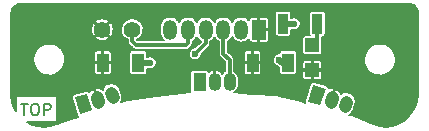
<source format=gbr>
G04 #@! TF.FileFunction,Copper,L1,Top,Signal*
%FSLAX46Y46*%
G04 Gerber Fmt 4.6, Leading zero omitted, Abs format (unit mm)*
G04 Created by KiCad (PCBNEW (after 2015-may-01 BZR unknown)-product) date 06.05.2015 15:14:49*
%MOMM*%
G01*
G04 APERTURE LIST*
%ADD10C,0.100000*%
%ADD11C,0.150000*%
%ADD12R,1.198880X1.699260*%
%ADD13O,1.198880X1.699260*%
%ADD14C,1.397000*%
%ADD15C,1.100000*%
%ADD16R,1.198880X1.198880*%
%ADD17R,0.900000X1.700000*%
%ADD18R,1.100000X1.500000*%
%ADD19O,1.100000X1.500000*%
%ADD20R,1.000000X1.600000*%
%ADD21C,0.600000*%
%ADD22C,0.500000*%
%ADD23C,0.300000*%
%ADD24C,0.200000*%
G04 APERTURE END LIST*
D10*
D11*
X136612476Y-123861581D02*
X137183905Y-123861581D01*
X136898190Y-124861581D02*
X136898190Y-123861581D01*
X137707714Y-123861581D02*
X137898191Y-123861581D01*
X137993429Y-123909200D01*
X138088667Y-124004438D01*
X138136286Y-124194914D01*
X138136286Y-124528248D01*
X138088667Y-124718724D01*
X137993429Y-124813962D01*
X137898191Y-124861581D01*
X137707714Y-124861581D01*
X137612476Y-124813962D01*
X137517238Y-124718724D01*
X137469619Y-124528248D01*
X137469619Y-124194914D01*
X137517238Y-124004438D01*
X137612476Y-123909200D01*
X137707714Y-123861581D01*
X138564857Y-124861581D02*
X138564857Y-123861581D01*
X138945810Y-123861581D01*
X139041048Y-123909200D01*
X139088667Y-123956819D01*
X139136286Y-124052057D01*
X139136286Y-124194914D01*
X139088667Y-124290152D01*
X139041048Y-124337771D01*
X138945810Y-124385390D01*
X138564857Y-124385390D01*
D12*
X156769400Y-117602000D03*
D13*
X153765600Y-117602000D03*
X155265600Y-117602000D03*
X152265600Y-117602000D03*
X150765600Y-117602000D03*
X149265600Y-117602000D03*
D14*
X146050000Y-117602000D03*
X143510000Y-117602000D03*
D10*
G36*
X142659739Y-124447936D02*
X141607804Y-124769545D01*
X141169247Y-123335088D01*
X142221182Y-123013479D01*
X142659739Y-124447936D01*
X142659739Y-124447936D01*
G37*
D15*
X143187474Y-123711461D02*
X143070526Y-123328939D01*
X144401981Y-123340149D02*
X144285033Y-122957627D01*
D16*
X161290000Y-118932960D03*
X161290000Y-121031000D03*
D17*
X158824000Y-117094000D03*
X161724000Y-117094000D03*
D10*
G36*
X161982382Y-124026921D02*
X160930447Y-123705312D01*
X161369004Y-122270855D01*
X162420939Y-122592464D01*
X161982382Y-124026921D01*
X161982382Y-124026921D01*
G37*
D15*
X162831726Y-123711461D02*
X162948674Y-123328939D01*
X164046233Y-124082773D02*
X164163181Y-123700251D01*
D18*
X151739600Y-122021600D03*
D19*
X153009600Y-122021600D03*
X154279600Y-122021600D03*
D20*
X146558000Y-120396000D03*
X143558000Y-120396000D03*
X159234000Y-120396000D03*
X156234000Y-120396000D03*
D21*
X158496000Y-120167400D03*
X159766000Y-117119400D03*
X147574000Y-120421400D03*
X151384000Y-119659400D03*
D22*
X158724600Y-120396000D02*
X158496000Y-120167400D01*
X159234000Y-120396000D02*
X158724600Y-120396000D01*
X159740600Y-117094000D02*
X159766000Y-117119400D01*
X158824000Y-117094000D02*
X159740600Y-117094000D01*
X147574000Y-120412000D02*
X147574000Y-120421400D01*
X146558000Y-120396000D02*
X147558000Y-120396000D01*
X147558000Y-120396000D02*
X147574000Y-120412000D01*
D23*
X152265600Y-117602000D02*
X152265600Y-118777800D01*
X152265600Y-118777800D02*
X151384000Y-119659400D01*
X153765600Y-119628000D02*
X154279600Y-120142000D01*
X154279600Y-120142000D02*
X154279600Y-122021600D01*
X153765600Y-117602000D02*
X153765600Y-119628000D01*
X161724000Y-117094000D02*
X161724000Y-118498960D01*
X161724000Y-118498960D02*
X161290000Y-118932960D01*
X146050000Y-117602000D02*
X146050000Y-118589828D01*
X146050000Y-118589828D02*
X146357572Y-118897400D01*
X150765600Y-118751630D02*
X150765600Y-117602000D01*
X146357572Y-118897400D02*
X150619830Y-118897400D01*
X150619830Y-118897400D02*
X150765600Y-118751630D01*
D24*
G36*
X170214200Y-123109953D02*
X170161367Y-123648776D01*
X170009144Y-124152965D01*
X169761890Y-124617984D01*
X169429020Y-125026122D01*
X169023218Y-125361831D01*
X168559935Y-125612327D01*
X168355058Y-125675747D01*
X168355058Y-120009626D01*
X168303635Y-119749919D01*
X168202747Y-119505147D01*
X168056237Y-119284632D01*
X167869686Y-119096774D01*
X167650199Y-118948729D01*
X167406137Y-118846134D01*
X167146796Y-118792899D01*
X166882054Y-118791051D01*
X166621995Y-118840660D01*
X166376524Y-118939836D01*
X166154992Y-119084803D01*
X165965836Y-119270038D01*
X165816262Y-119488486D01*
X165711966Y-119731826D01*
X165656922Y-119990789D01*
X165653226Y-120255512D01*
X165701018Y-120515911D01*
X165798478Y-120762068D01*
X165941895Y-120984607D01*
X166125805Y-121175051D01*
X166343203Y-121326147D01*
X166585809Y-121432139D01*
X166844381Y-121488989D01*
X167109072Y-121494534D01*
X167369798Y-121448561D01*
X167616630Y-121352821D01*
X167840164Y-121210962D01*
X168031888Y-121028386D01*
X168184498Y-120812048D01*
X168292181Y-120570188D01*
X168350835Y-120312019D01*
X168355058Y-120009626D01*
X168355058Y-125675747D01*
X168056824Y-125768067D01*
X167533036Y-125823119D01*
X167008541Y-125775387D01*
X166491811Y-125623305D01*
X166406328Y-125586924D01*
X166406284Y-125586910D01*
X166403169Y-125585601D01*
X164612449Y-124847519D01*
X164596131Y-124842592D01*
X164580279Y-124836350D01*
X164576242Y-124835231D01*
X164419997Y-124793095D01*
X164543923Y-124712617D01*
X164655855Y-124603767D01*
X164744514Y-124475247D01*
X164806522Y-124331956D01*
X164809862Y-124321297D01*
X164929640Y-123929519D01*
X164960500Y-123776467D01*
X164961046Y-123620336D01*
X164931254Y-123467071D01*
X164872261Y-123322513D01*
X164786312Y-123192166D01*
X164676683Y-123080995D01*
X164547548Y-122993236D01*
X164403828Y-122932230D01*
X164250995Y-122900302D01*
X164094871Y-122898667D01*
X163941402Y-122927389D01*
X163796435Y-122985371D01*
X163699317Y-123048439D01*
X163631560Y-122909214D01*
X163536555Y-122784055D01*
X163418957Y-122679835D01*
X163343625Y-122633228D01*
X163211618Y-122639906D01*
X162952634Y-123487003D01*
X162971760Y-123492850D01*
X162942522Y-123588481D01*
X162923397Y-123582634D01*
X162917549Y-123601760D01*
X162821918Y-123572522D01*
X162827766Y-123553397D01*
X162808639Y-123547549D01*
X162837877Y-123451918D01*
X162857003Y-123457766D01*
X163115987Y-122610669D01*
X163010282Y-122531315D01*
X162921767Y-122527828D01*
X162765995Y-122548471D01*
X162669594Y-122581286D01*
X162669431Y-122555616D01*
X162649392Y-122487986D01*
X162611340Y-122428593D01*
X162558277Y-122382120D01*
X162494386Y-122352231D01*
X162425210Y-122331081D01*
X162425210Y-117944000D01*
X162425210Y-116244000D01*
X162421912Y-116203432D01*
X162400861Y-116136110D01*
X162361924Y-116077294D01*
X162308170Y-116031621D01*
X162243838Y-116002693D01*
X162174000Y-115992790D01*
X161274000Y-115992790D01*
X161233432Y-115996088D01*
X161166110Y-116017139D01*
X161107294Y-116056076D01*
X161061621Y-116109830D01*
X161032693Y-116174162D01*
X161022790Y-116244000D01*
X161022790Y-117944000D01*
X161026088Y-117984568D01*
X161047139Y-118051890D01*
X161067277Y-118082310D01*
X160690560Y-118082310D01*
X160649992Y-118085608D01*
X160582670Y-118106659D01*
X160523854Y-118145596D01*
X160478181Y-118199350D01*
X160449253Y-118263682D01*
X160439350Y-118333520D01*
X160439350Y-119532400D01*
X160442648Y-119572968D01*
X160463699Y-119640290D01*
X160502636Y-119699106D01*
X160556390Y-119744779D01*
X160620722Y-119773707D01*
X160690560Y-119783610D01*
X161889440Y-119783610D01*
X161930008Y-119780312D01*
X161997330Y-119759261D01*
X162056146Y-119720324D01*
X162101819Y-119666570D01*
X162130747Y-119602238D01*
X162140650Y-119532400D01*
X162140650Y-118333520D01*
X162137352Y-118292952D01*
X162124000Y-118250251D01*
X162124000Y-118195210D01*
X162174000Y-118195210D01*
X162214568Y-118191912D01*
X162281890Y-118170861D01*
X162340706Y-118131924D01*
X162386379Y-118078170D01*
X162415307Y-118013838D01*
X162425210Y-117944000D01*
X162425210Y-122331081D01*
X162139440Y-122243713D01*
X162139440Y-121655063D01*
X162139440Y-121143500D01*
X162139440Y-120918500D01*
X162139440Y-120406937D01*
X162129833Y-120358638D01*
X162110987Y-120313140D01*
X162083628Y-120272194D01*
X162048806Y-120237372D01*
X162007859Y-120210013D01*
X161962362Y-120191167D01*
X161914063Y-120181560D01*
X161864817Y-120181560D01*
X161402500Y-120181560D01*
X161340000Y-120244060D01*
X161340000Y-120981000D01*
X162076940Y-120981000D01*
X162139440Y-120918500D01*
X162139440Y-121143500D01*
X162076940Y-121081000D01*
X161340000Y-121081000D01*
X161340000Y-121817940D01*
X161402500Y-121880440D01*
X161864817Y-121880440D01*
X161914063Y-121880440D01*
X161962362Y-121870833D01*
X162007859Y-121851987D01*
X162048806Y-121824628D01*
X162083628Y-121789806D01*
X162110987Y-121748860D01*
X162129833Y-121703362D01*
X162139440Y-121655063D01*
X162139440Y-122243713D01*
X161442451Y-122030622D01*
X161402691Y-122021914D01*
X161332156Y-122022363D01*
X161264526Y-122042403D01*
X161240000Y-122058115D01*
X161240000Y-121817940D01*
X161240000Y-121081000D01*
X161240000Y-120981000D01*
X161240000Y-120244060D01*
X161177500Y-120181560D01*
X160715183Y-120181560D01*
X160665937Y-120181560D01*
X160617638Y-120191167D01*
X160572141Y-120210013D01*
X160531194Y-120237372D01*
X160496372Y-120272194D01*
X160469013Y-120313140D01*
X160450167Y-120358638D01*
X160440560Y-120406937D01*
X160440560Y-120918500D01*
X160503060Y-120981000D01*
X161240000Y-120981000D01*
X161240000Y-121081000D01*
X160503060Y-121081000D01*
X160440560Y-121143500D01*
X160440560Y-121655063D01*
X160450167Y-121703362D01*
X160469013Y-121748860D01*
X160496372Y-121789806D01*
X160531194Y-121824628D01*
X160572141Y-121851987D01*
X160617638Y-121870833D01*
X160665937Y-121880440D01*
X160715183Y-121880440D01*
X161177500Y-121880440D01*
X161240000Y-121817940D01*
X161240000Y-122058115D01*
X161205133Y-122080454D01*
X161158660Y-122133517D01*
X161128771Y-122197408D01*
X160690214Y-123631865D01*
X160681506Y-123671625D01*
X160681955Y-123742160D01*
X160695758Y-123788744D01*
X160316023Y-123686337D01*
X160316023Y-117065470D01*
X160295073Y-116959663D01*
X160253971Y-116859941D01*
X160194282Y-116770102D01*
X160118279Y-116693567D01*
X160028859Y-116633253D01*
X159929426Y-116591455D01*
X159823769Y-116569767D01*
X159715911Y-116569014D01*
X159609961Y-116589225D01*
X159598142Y-116594000D01*
X159525210Y-116594000D01*
X159525210Y-116244000D01*
X159521912Y-116203432D01*
X159500861Y-116136110D01*
X159461924Y-116077294D01*
X159408170Y-116031621D01*
X159343838Y-116002693D01*
X159274000Y-115992790D01*
X158374000Y-115992790D01*
X158333432Y-115996088D01*
X158266110Y-116017139D01*
X158207294Y-116056076D01*
X158161621Y-116109830D01*
X158132693Y-116174162D01*
X158122790Y-116244000D01*
X158122790Y-117944000D01*
X158126088Y-117984568D01*
X158147139Y-118051890D01*
X158186076Y-118110706D01*
X158239830Y-118156379D01*
X158304162Y-118185307D01*
X158374000Y-118195210D01*
X159274000Y-118195210D01*
X159314568Y-118191912D01*
X159381890Y-118170861D01*
X159440706Y-118131924D01*
X159486379Y-118078170D01*
X159515307Y-118013838D01*
X159525210Y-117944000D01*
X159525210Y-117614426D01*
X159595218Y-117645012D01*
X159700563Y-117668173D01*
X159808400Y-117670432D01*
X159914621Y-117651702D01*
X160015182Y-117612697D01*
X160106252Y-117554903D01*
X160184362Y-117480520D01*
X160246536Y-117392382D01*
X160290407Y-117293847D01*
X160314303Y-117188667D01*
X160316023Y-117065470D01*
X160316023Y-123686337D01*
X159985210Y-123597124D01*
X159985210Y-121196000D01*
X159985210Y-119596000D01*
X159981912Y-119555432D01*
X159960861Y-119488110D01*
X159921924Y-119429294D01*
X159868170Y-119383621D01*
X159803838Y-119354693D01*
X159734000Y-119344790D01*
X158734000Y-119344790D01*
X158693432Y-119348088D01*
X158626110Y-119369139D01*
X158567294Y-119408076D01*
X158521621Y-119461830D01*
X158492693Y-119526162D01*
X158482790Y-119596000D01*
X158482790Y-119617271D01*
X158445911Y-119617014D01*
X158339961Y-119637225D01*
X158239954Y-119677630D01*
X158149701Y-119736690D01*
X158072637Y-119812156D01*
X158011699Y-119901154D01*
X157969209Y-120000292D01*
X157946783Y-120105795D01*
X157945277Y-120213645D01*
X157964748Y-120319734D01*
X158004454Y-120420020D01*
X158062883Y-120510684D01*
X158137809Y-120588273D01*
X158226379Y-120649830D01*
X158306193Y-120684700D01*
X158371046Y-120749553D01*
X158406716Y-120778852D01*
X158442116Y-120808557D01*
X158444422Y-120809825D01*
X158446452Y-120811492D01*
X158482790Y-120830976D01*
X158482790Y-121196000D01*
X158486088Y-121236568D01*
X158507139Y-121303890D01*
X158546076Y-121362706D01*
X158599830Y-121408379D01*
X158664162Y-121437307D01*
X158734000Y-121447210D01*
X159734000Y-121447210D01*
X159774568Y-121443912D01*
X159841890Y-121422861D01*
X159900706Y-121383924D01*
X159946379Y-121330170D01*
X159975307Y-121265838D01*
X159985210Y-121196000D01*
X159985210Y-123597124D01*
X158452138Y-123183687D01*
X158425345Y-123179206D01*
X158398568Y-123174344D01*
X158394391Y-123174031D01*
X157618840Y-123121261D01*
X157618840Y-118476253D01*
X157618840Y-118427007D01*
X157618840Y-117714500D01*
X157618840Y-117489500D01*
X157618840Y-116776993D01*
X157618840Y-116727747D01*
X157609233Y-116679448D01*
X157590387Y-116633951D01*
X157563028Y-116593004D01*
X157528206Y-116558182D01*
X157487260Y-116530823D01*
X157441762Y-116511977D01*
X157393463Y-116502370D01*
X156881900Y-116502370D01*
X156819400Y-116564870D01*
X156819400Y-117552000D01*
X157556340Y-117552000D01*
X157618840Y-117489500D01*
X157618840Y-117714500D01*
X157556340Y-117652000D01*
X156819400Y-117652000D01*
X156819400Y-118639130D01*
X156881900Y-118701630D01*
X157393463Y-118701630D01*
X157441762Y-118692023D01*
X157487260Y-118673177D01*
X157528206Y-118645818D01*
X157563028Y-118610996D01*
X157590387Y-118570049D01*
X157609233Y-118524552D01*
X157618840Y-118476253D01*
X157618840Y-123121261D01*
X156984000Y-123078066D01*
X156984000Y-121220623D01*
X156984000Y-121171377D01*
X156984000Y-120508500D01*
X156984000Y-120283500D01*
X156984000Y-119620623D01*
X156984000Y-119571377D01*
X156974393Y-119523078D01*
X156955547Y-119477581D01*
X156928188Y-119436634D01*
X156893366Y-119401812D01*
X156852420Y-119374453D01*
X156806922Y-119355607D01*
X156758623Y-119346000D01*
X156346500Y-119346000D01*
X156284000Y-119408500D01*
X156284000Y-120346000D01*
X156921500Y-120346000D01*
X156984000Y-120283500D01*
X156984000Y-120508500D01*
X156921500Y-120446000D01*
X156284000Y-120446000D01*
X156284000Y-121383500D01*
X156346500Y-121446000D01*
X156758623Y-121446000D01*
X156806922Y-121436393D01*
X156852420Y-121417547D01*
X156893366Y-121390188D01*
X156928188Y-121355366D01*
X156955547Y-121314419D01*
X156974393Y-121268922D01*
X156984000Y-121220623D01*
X156984000Y-123078066D01*
X156184000Y-123023633D01*
X156184000Y-121383500D01*
X156184000Y-120446000D01*
X156184000Y-120346000D01*
X156184000Y-119408500D01*
X156121500Y-119346000D01*
X155709377Y-119346000D01*
X155661078Y-119355607D01*
X155615580Y-119374453D01*
X155574634Y-119401812D01*
X155539812Y-119436634D01*
X155512453Y-119477581D01*
X155493607Y-119523078D01*
X155484000Y-119571377D01*
X155484000Y-119620623D01*
X155484000Y-120283500D01*
X155546500Y-120346000D01*
X156184000Y-120346000D01*
X156184000Y-120446000D01*
X155546500Y-120446000D01*
X155484000Y-120508500D01*
X155484000Y-121171377D01*
X155484000Y-121220623D01*
X155493607Y-121268922D01*
X155512453Y-121314419D01*
X155539812Y-121355366D01*
X155574634Y-121390188D01*
X155615580Y-121417547D01*
X155661078Y-121436393D01*
X155709377Y-121446000D01*
X156121500Y-121446000D01*
X156184000Y-121383500D01*
X156184000Y-123023633D01*
X154670238Y-122920636D01*
X154717651Y-122895850D01*
X154839331Y-122798017D01*
X154939691Y-122678413D01*
X155014908Y-122541593D01*
X155062118Y-122392768D01*
X155079522Y-122237609D01*
X155079600Y-122226439D01*
X155079600Y-121816761D01*
X155064364Y-121661374D01*
X155019237Y-121511905D01*
X154945937Y-121374048D01*
X154847257Y-121253054D01*
X154726954Y-121153531D01*
X154679600Y-121127926D01*
X154679600Y-120142000D01*
X154675993Y-120105215D01*
X154672774Y-120068420D01*
X154672187Y-120066400D01*
X154671982Y-120064306D01*
X154661313Y-120028969D01*
X154650995Y-119993453D01*
X154650024Y-119991580D01*
X154649418Y-119989572D01*
X154632108Y-119957017D01*
X154615069Y-119924145D01*
X154613754Y-119922498D01*
X154612768Y-119920643D01*
X154589420Y-119892016D01*
X154566364Y-119863134D01*
X154563475Y-119860204D01*
X154563428Y-119860146D01*
X154563374Y-119860101D01*
X154562443Y-119859157D01*
X154165600Y-119462314D01*
X154165600Y-118602337D01*
X154230722Y-118568292D01*
X154359922Y-118464413D01*
X154466484Y-118337417D01*
X154515705Y-118247882D01*
X154558083Y-118327584D01*
X154662862Y-118456055D01*
X154790599Y-118561729D01*
X154936429Y-118640578D01*
X155094796Y-118689601D01*
X155259670Y-118706930D01*
X155424769Y-118691905D01*
X155583806Y-118645098D01*
X155730722Y-118568292D01*
X155859922Y-118464413D01*
X155919960Y-118392862D01*
X155919960Y-118427007D01*
X155919960Y-118476253D01*
X155929567Y-118524552D01*
X155948413Y-118570049D01*
X155975772Y-118610996D01*
X156010594Y-118645818D01*
X156051540Y-118673177D01*
X156097038Y-118692023D01*
X156145337Y-118701630D01*
X156656900Y-118701630D01*
X156719400Y-118639130D01*
X156719400Y-117652000D01*
X156699400Y-117652000D01*
X156699400Y-117552000D01*
X156719400Y-117552000D01*
X156719400Y-116564870D01*
X156656900Y-116502370D01*
X156145337Y-116502370D01*
X156097038Y-116511977D01*
X156051540Y-116530823D01*
X156010594Y-116558182D01*
X155975772Y-116593004D01*
X155948413Y-116633951D01*
X155929567Y-116679448D01*
X155919960Y-116727747D01*
X155919960Y-116776993D01*
X155919960Y-116811239D01*
X155868338Y-116747945D01*
X155740601Y-116642271D01*
X155594771Y-116563422D01*
X155436404Y-116514399D01*
X155271530Y-116497070D01*
X155106431Y-116512095D01*
X154947394Y-116558902D01*
X154800478Y-116635708D01*
X154671278Y-116739587D01*
X154564716Y-116866583D01*
X154515494Y-116956117D01*
X154473117Y-116876416D01*
X154368338Y-116747945D01*
X154240601Y-116642271D01*
X154094771Y-116563422D01*
X153936404Y-116514399D01*
X153771530Y-116497070D01*
X153606431Y-116512095D01*
X153447394Y-116558902D01*
X153300478Y-116635708D01*
X153171278Y-116739587D01*
X153064716Y-116866583D01*
X153015494Y-116956117D01*
X152973117Y-116876416D01*
X152868338Y-116747945D01*
X152740601Y-116642271D01*
X152594771Y-116563422D01*
X152436404Y-116514399D01*
X152271530Y-116497070D01*
X152106431Y-116512095D01*
X151947394Y-116558902D01*
X151800478Y-116635708D01*
X151671278Y-116739587D01*
X151564716Y-116866583D01*
X151515494Y-116956117D01*
X151473117Y-116876416D01*
X151368338Y-116747945D01*
X151240601Y-116642271D01*
X151094771Y-116563422D01*
X150936404Y-116514399D01*
X150771530Y-116497070D01*
X150606431Y-116512095D01*
X150447394Y-116558902D01*
X150300478Y-116635708D01*
X150171278Y-116739587D01*
X150064716Y-116866583D01*
X150015494Y-116956117D01*
X149973117Y-116876416D01*
X149868338Y-116747945D01*
X149740601Y-116642271D01*
X149594771Y-116563422D01*
X149436404Y-116514399D01*
X149271530Y-116497070D01*
X149106431Y-116512095D01*
X148947394Y-116558902D01*
X148800478Y-116635708D01*
X148671278Y-116739587D01*
X148564716Y-116866583D01*
X148484850Y-117011859D01*
X148434722Y-117169880D01*
X148416243Y-117334629D01*
X148416160Y-117346489D01*
X148416160Y-117857511D01*
X148432337Y-118022501D01*
X148480254Y-118181207D01*
X148558083Y-118327584D01*
X148662862Y-118456055D01*
X148712839Y-118497400D01*
X146523257Y-118497400D01*
X146478894Y-118453036D01*
X146479726Y-118452714D01*
X146636780Y-118353044D01*
X146771484Y-118224768D01*
X146878706Y-118072771D01*
X146954363Y-117902842D01*
X146995574Y-117721454D01*
X146998540Y-117508995D01*
X146962411Y-117326527D01*
X146891528Y-117154552D01*
X146788591Y-116999620D01*
X146657522Y-116867632D01*
X146503312Y-116763617D01*
X146331836Y-116691535D01*
X146149625Y-116654132D01*
X145963619Y-116652834D01*
X145780903Y-116687688D01*
X145608438Y-116757369D01*
X145452791Y-116859222D01*
X145319891Y-116989366D01*
X145214802Y-117142846D01*
X145141524Y-117313815D01*
X145102851Y-117495760D01*
X145100254Y-117681752D01*
X145133832Y-117864707D01*
X145202307Y-118037655D01*
X145303070Y-118194009D01*
X145432284Y-118327814D01*
X145585026Y-118433972D01*
X145650000Y-118462358D01*
X145650000Y-118589828D01*
X145653606Y-118626612D01*
X145656826Y-118663408D01*
X145657412Y-118665427D01*
X145657618Y-118667522D01*
X145668300Y-118702904D01*
X145678606Y-118738375D01*
X145679574Y-118740242D01*
X145680182Y-118742256D01*
X145697531Y-118774885D01*
X145714532Y-118807683D01*
X145715843Y-118809325D01*
X145716832Y-118811185D01*
X145740201Y-118839839D01*
X145763236Y-118868694D01*
X145766124Y-118871623D01*
X145766172Y-118871682D01*
X145766225Y-118871726D01*
X145767157Y-118872671D01*
X146074729Y-119180242D01*
X146103284Y-119203697D01*
X146131585Y-119227445D01*
X146133427Y-119228457D01*
X146135054Y-119229794D01*
X146167589Y-119247239D01*
X146199995Y-119265054D01*
X146202005Y-119265691D01*
X146203854Y-119266683D01*
X146239117Y-119277464D01*
X146274407Y-119288659D01*
X146276499Y-119288893D01*
X146278509Y-119289508D01*
X146315219Y-119293236D01*
X146351987Y-119297361D01*
X146356104Y-119297389D01*
X146356176Y-119297397D01*
X146356242Y-119297390D01*
X146357572Y-119297400D01*
X150619830Y-119297400D01*
X150656614Y-119293793D01*
X150693410Y-119290574D01*
X150695429Y-119289987D01*
X150697524Y-119289782D01*
X150732906Y-119279099D01*
X150768377Y-119268794D01*
X150770244Y-119267825D01*
X150772258Y-119267218D01*
X150804887Y-119249868D01*
X150837685Y-119232868D01*
X150839327Y-119231556D01*
X150841187Y-119230568D01*
X150869841Y-119207198D01*
X150898696Y-119184164D01*
X150901625Y-119181275D01*
X150901684Y-119181228D01*
X150901728Y-119181174D01*
X150902673Y-119180243D01*
X151048443Y-119034473D01*
X151071922Y-119005887D01*
X151095645Y-118977617D01*
X151096657Y-118975774D01*
X151097994Y-118974148D01*
X151115458Y-118941577D01*
X151133254Y-118909207D01*
X151133890Y-118907201D01*
X151134884Y-118905348D01*
X151145675Y-118870051D01*
X151156859Y-118834795D01*
X151157093Y-118832700D01*
X151157708Y-118830692D01*
X151161441Y-118793943D01*
X151165561Y-118757215D01*
X151165589Y-118753107D01*
X151165598Y-118753026D01*
X151165590Y-118752949D01*
X151165600Y-118751630D01*
X151165600Y-118602337D01*
X151230722Y-118568292D01*
X151359922Y-118464413D01*
X151466484Y-118337417D01*
X151515705Y-118247882D01*
X151558083Y-118327584D01*
X151662862Y-118456055D01*
X151790599Y-118561729D01*
X151865600Y-118602281D01*
X151865600Y-118612114D01*
X151368459Y-119109255D01*
X151333911Y-119109014D01*
X151227961Y-119129225D01*
X151127954Y-119169630D01*
X151037701Y-119228690D01*
X150960637Y-119304156D01*
X150899699Y-119393154D01*
X150857209Y-119492292D01*
X150834783Y-119597795D01*
X150833277Y-119705645D01*
X150852748Y-119811734D01*
X150892454Y-119912020D01*
X150950883Y-120002684D01*
X151025809Y-120080273D01*
X151114379Y-120141830D01*
X151213218Y-120185012D01*
X151318563Y-120208173D01*
X151426400Y-120210432D01*
X151532621Y-120191702D01*
X151633182Y-120152697D01*
X151724252Y-120094903D01*
X151802362Y-120020520D01*
X151864536Y-119932382D01*
X151908407Y-119833847D01*
X151932303Y-119728667D01*
X151933037Y-119676048D01*
X152548443Y-119060642D01*
X152571902Y-119032082D01*
X152595645Y-119003787D01*
X152596657Y-119001944D01*
X152597994Y-119000318D01*
X152615458Y-118967747D01*
X152633254Y-118935377D01*
X152633890Y-118933371D01*
X152634884Y-118931518D01*
X152645688Y-118896179D01*
X152656859Y-118860965D01*
X152657093Y-118858875D01*
X152657709Y-118856862D01*
X152661446Y-118820063D01*
X152665561Y-118783385D01*
X152665589Y-118779277D01*
X152665598Y-118779196D01*
X152665590Y-118779119D01*
X152665600Y-118777800D01*
X152665600Y-118602337D01*
X152730722Y-118568292D01*
X152859922Y-118464413D01*
X152966484Y-118337417D01*
X153015705Y-118247882D01*
X153058083Y-118327584D01*
X153162862Y-118456055D01*
X153290599Y-118561729D01*
X153365600Y-118602281D01*
X153365600Y-119628000D01*
X153369206Y-119664784D01*
X153372426Y-119701580D01*
X153373012Y-119703599D01*
X153373218Y-119705694D01*
X153383900Y-119741076D01*
X153394206Y-119776547D01*
X153395174Y-119778414D01*
X153395782Y-119780428D01*
X153413131Y-119813057D01*
X153430132Y-119845855D01*
X153431443Y-119847497D01*
X153432432Y-119849357D01*
X153455801Y-119878011D01*
X153478836Y-119906866D01*
X153481724Y-119909795D01*
X153481772Y-119909854D01*
X153481825Y-119909898D01*
X153482757Y-119910843D01*
X153879600Y-120307686D01*
X153879600Y-121127457D01*
X153841549Y-121147350D01*
X153719869Y-121245183D01*
X153645434Y-121333890D01*
X153539931Y-121220559D01*
X153412484Y-121128645D01*
X153269554Y-121063361D01*
X153183887Y-121040816D01*
X153059600Y-121085797D01*
X153059600Y-121971600D01*
X153079600Y-121971600D01*
X153079600Y-122071600D01*
X153059600Y-122071600D01*
X153059600Y-122091600D01*
X152959600Y-122091600D01*
X152959600Y-122071600D01*
X152939600Y-122071600D01*
X152939600Y-121971600D01*
X152959600Y-121971600D01*
X152959600Y-121085797D01*
X152835313Y-121040816D01*
X152749646Y-121063361D01*
X152606716Y-121128645D01*
X152524122Y-121188211D01*
X152516461Y-121163710D01*
X152477524Y-121104894D01*
X152423770Y-121059221D01*
X152359438Y-121030293D01*
X152289600Y-121020390D01*
X151189600Y-121020390D01*
X151149032Y-121023688D01*
X151081710Y-121044739D01*
X151022894Y-121083676D01*
X150977221Y-121137430D01*
X150948293Y-121201762D01*
X150938390Y-121271600D01*
X150938390Y-122771600D01*
X150941688Y-122812168D01*
X150962647Y-122879198D01*
X148124023Y-123243214D01*
X148124023Y-120367470D01*
X148103073Y-120261663D01*
X148061971Y-120161941D01*
X148002282Y-120072102D01*
X147926279Y-119995567D01*
X147836859Y-119935253D01*
X147737426Y-119893455D01*
X147631769Y-119871767D01*
X147523911Y-119871014D01*
X147417961Y-119891225D01*
X147406142Y-119896000D01*
X147309210Y-119896000D01*
X147309210Y-119596000D01*
X147305912Y-119555432D01*
X147284861Y-119488110D01*
X147245924Y-119429294D01*
X147192170Y-119383621D01*
X147127838Y-119354693D01*
X147058000Y-119344790D01*
X146058000Y-119344790D01*
X146017432Y-119348088D01*
X145950110Y-119369139D01*
X145891294Y-119408076D01*
X145845621Y-119461830D01*
X145816693Y-119526162D01*
X145806790Y-119596000D01*
X145806790Y-121196000D01*
X145810088Y-121236568D01*
X145831139Y-121303890D01*
X145870076Y-121362706D01*
X145923830Y-121408379D01*
X145988162Y-121437307D01*
X146058000Y-121447210D01*
X147058000Y-121447210D01*
X147098568Y-121443912D01*
X147165890Y-121422861D01*
X147224706Y-121383924D01*
X147270379Y-121330170D01*
X147299307Y-121265838D01*
X147309210Y-121196000D01*
X147309210Y-120905940D01*
X147403218Y-120947012D01*
X147508563Y-120970173D01*
X147616400Y-120972432D01*
X147722621Y-120953702D01*
X147823182Y-120914697D01*
X147914252Y-120856903D01*
X147992362Y-120782520D01*
X148054536Y-120694382D01*
X148098407Y-120595847D01*
X148122303Y-120490667D01*
X148124023Y-120367470D01*
X148124023Y-123243214D01*
X145716239Y-123551982D01*
X145689749Y-123558052D01*
X145663150Y-123563758D01*
X145659179Y-123565057D01*
X145659169Y-123565060D01*
X145659160Y-123565063D01*
X145085924Y-123756949D01*
X145105782Y-123727731D01*
X145166788Y-123584011D01*
X145198717Y-123431178D01*
X145200352Y-123275053D01*
X145171631Y-123121585D01*
X145168440Y-123110881D01*
X145048662Y-122719103D01*
X144988661Y-122574960D01*
X144901806Y-122445216D01*
X144791403Y-122334813D01*
X144661660Y-122247957D01*
X144517516Y-122187956D01*
X144463006Y-122176964D01*
X144463006Y-117589405D01*
X144442237Y-117403724D01*
X144385643Y-117225664D01*
X144309393Y-117083010D01*
X144174103Y-117008607D01*
X144103393Y-117079317D01*
X144103393Y-116937897D01*
X144028990Y-116802607D01*
X143863063Y-116716717D01*
X143683569Y-116664849D01*
X143497405Y-116648994D01*
X143311724Y-116669763D01*
X143133664Y-116726357D01*
X142991010Y-116802607D01*
X142916607Y-116937897D01*
X143510000Y-117531289D01*
X144103393Y-116937897D01*
X144103393Y-117079317D01*
X143580711Y-117602000D01*
X144174103Y-118195393D01*
X144309393Y-118120990D01*
X144395283Y-117955063D01*
X144447151Y-117775569D01*
X144463006Y-117589405D01*
X144463006Y-122176964D01*
X144364463Y-122157094D01*
X144308000Y-122156897D01*
X144308000Y-121220623D01*
X144308000Y-121171377D01*
X144308000Y-120508500D01*
X144308000Y-120283500D01*
X144308000Y-119620623D01*
X144308000Y-119571377D01*
X144298393Y-119523078D01*
X144279547Y-119477581D01*
X144252188Y-119436634D01*
X144217366Y-119401812D01*
X144176420Y-119374453D01*
X144130922Y-119355607D01*
X144103393Y-119350131D01*
X144103393Y-118266103D01*
X143510000Y-117672711D01*
X143439289Y-117743421D01*
X143439289Y-117602000D01*
X142845897Y-117008607D01*
X142710607Y-117083010D01*
X142624717Y-117248937D01*
X142572849Y-117428431D01*
X142556994Y-117614595D01*
X142577763Y-117800276D01*
X142634357Y-117978336D01*
X142710607Y-118120990D01*
X142845897Y-118195393D01*
X143439289Y-117602000D01*
X143439289Y-117743421D01*
X142916607Y-118266103D01*
X142991010Y-118401393D01*
X143156937Y-118487283D01*
X143336431Y-118539151D01*
X143522595Y-118555006D01*
X143708276Y-118534237D01*
X143886336Y-118477643D01*
X144028990Y-118401393D01*
X144103393Y-118266103D01*
X144103393Y-119350131D01*
X144082623Y-119346000D01*
X143670500Y-119346000D01*
X143608000Y-119408500D01*
X143608000Y-120346000D01*
X144245500Y-120346000D01*
X144308000Y-120283500D01*
X144308000Y-120508500D01*
X144245500Y-120446000D01*
X143608000Y-120446000D01*
X143608000Y-121383500D01*
X143670500Y-121446000D01*
X144082623Y-121446000D01*
X144130922Y-121436393D01*
X144176420Y-121417547D01*
X144217366Y-121390188D01*
X144252188Y-121355366D01*
X144279547Y-121314419D01*
X144298393Y-121268922D01*
X144308000Y-121220623D01*
X144308000Y-122156897D01*
X144208332Y-122156550D01*
X144055068Y-122186340D01*
X143910510Y-122245334D01*
X143780163Y-122331282D01*
X143668992Y-122440911D01*
X143581232Y-122570045D01*
X143535984Y-122676639D01*
X143508000Y-122660450D01*
X143508000Y-121383500D01*
X143508000Y-120446000D01*
X143508000Y-120346000D01*
X143508000Y-119408500D01*
X143445500Y-119346000D01*
X143033377Y-119346000D01*
X142985078Y-119355607D01*
X142939580Y-119374453D01*
X142898634Y-119401812D01*
X142863812Y-119436634D01*
X142836453Y-119477581D01*
X142817607Y-119523078D01*
X142808000Y-119571377D01*
X142808000Y-119620623D01*
X142808000Y-120283500D01*
X142870500Y-120346000D01*
X143508000Y-120346000D01*
X143508000Y-120446000D01*
X142870500Y-120446000D01*
X142808000Y-120508500D01*
X142808000Y-121171377D01*
X142808000Y-121220623D01*
X142817607Y-121268922D01*
X142836453Y-121314419D01*
X142863812Y-121355366D01*
X142898634Y-121390188D01*
X142939580Y-121417547D01*
X142985078Y-121436393D01*
X143033377Y-121446000D01*
X143445500Y-121446000D01*
X143508000Y-121383500D01*
X143508000Y-122660450D01*
X143401956Y-122599107D01*
X143253205Y-122548471D01*
X143097433Y-122527828D01*
X143008918Y-122531315D01*
X142903213Y-122610669D01*
X143162197Y-123457766D01*
X143181322Y-123451918D01*
X143210560Y-123547549D01*
X143191434Y-123553397D01*
X143197281Y-123572522D01*
X143101650Y-123601760D01*
X143095803Y-123582634D01*
X143076677Y-123588481D01*
X143047439Y-123492850D01*
X143066566Y-123487003D01*
X142807582Y-122639906D01*
X142675575Y-122633228D01*
X142600243Y-122679835D01*
X142482645Y-122784055D01*
X142421076Y-122865165D01*
X142406586Y-122843975D01*
X142352154Y-122799113D01*
X142287396Y-122771153D01*
X142217417Y-122762298D01*
X142147735Y-122773246D01*
X141095800Y-123094855D01*
X141057969Y-123109869D01*
X140999743Y-123149684D01*
X140954882Y-123204116D01*
X140926921Y-123268874D01*
X140918066Y-123338853D01*
X140929014Y-123408535D01*
X141367571Y-124842992D01*
X141382585Y-124880823D01*
X141422400Y-124939049D01*
X141460568Y-124970507D01*
X140364258Y-125337487D01*
X140364258Y-120009626D01*
X140312835Y-119749919D01*
X140211947Y-119505147D01*
X140065437Y-119284632D01*
X139878886Y-119096774D01*
X139659399Y-118948729D01*
X139415337Y-118846134D01*
X139155996Y-118792899D01*
X138891254Y-118791051D01*
X138631195Y-118840660D01*
X138385724Y-118939836D01*
X138164192Y-119084803D01*
X137975036Y-119270038D01*
X137825462Y-119488486D01*
X137721166Y-119731826D01*
X137666122Y-119990789D01*
X137662426Y-120255512D01*
X137710218Y-120515911D01*
X137807678Y-120762068D01*
X137951095Y-120984607D01*
X138135005Y-121175051D01*
X138352403Y-121326147D01*
X138595009Y-121432139D01*
X138853581Y-121488989D01*
X139118272Y-121494534D01*
X139378998Y-121448561D01*
X139625830Y-121352821D01*
X139849364Y-121210962D01*
X140041088Y-121028386D01*
X140193698Y-120812048D01*
X140301381Y-120570188D01*
X140360035Y-120312019D01*
X140364258Y-120009626D01*
X140364258Y-125337487D01*
X139644323Y-125578480D01*
X139644320Y-125578481D01*
X139116996Y-125754997D01*
X138594613Y-125821987D01*
X138069160Y-125786234D01*
X137560657Y-125649102D01*
X137125691Y-125434200D01*
X139651762Y-125434200D01*
X139651762Y-123234200D01*
X136192238Y-123234200D01*
X136192238Y-124474212D01*
X136058761Y-124244022D01*
X135888098Y-123745773D01*
X135815857Y-123211991D01*
X135814200Y-123121881D01*
X135814200Y-116156870D01*
X135828942Y-116006516D01*
X135868348Y-115875997D01*
X135932354Y-115755619D01*
X136018519Y-115649971D01*
X136123568Y-115563066D01*
X136243495Y-115498222D01*
X136373739Y-115457905D01*
X136523165Y-115442200D01*
X169499529Y-115442200D01*
X169649883Y-115456942D01*
X169780402Y-115496348D01*
X169900780Y-115560354D01*
X170006428Y-115646519D01*
X170093333Y-115751568D01*
X170158177Y-115871495D01*
X170198494Y-116001739D01*
X170214200Y-116151165D01*
X170214200Y-123109953D01*
X170214200Y-123109953D01*
G37*
X170214200Y-123109953D02*
X170161367Y-123648776D01*
X170009144Y-124152965D01*
X169761890Y-124617984D01*
X169429020Y-125026122D01*
X169023218Y-125361831D01*
X168559935Y-125612327D01*
X168355058Y-125675747D01*
X168355058Y-120009626D01*
X168303635Y-119749919D01*
X168202747Y-119505147D01*
X168056237Y-119284632D01*
X167869686Y-119096774D01*
X167650199Y-118948729D01*
X167406137Y-118846134D01*
X167146796Y-118792899D01*
X166882054Y-118791051D01*
X166621995Y-118840660D01*
X166376524Y-118939836D01*
X166154992Y-119084803D01*
X165965836Y-119270038D01*
X165816262Y-119488486D01*
X165711966Y-119731826D01*
X165656922Y-119990789D01*
X165653226Y-120255512D01*
X165701018Y-120515911D01*
X165798478Y-120762068D01*
X165941895Y-120984607D01*
X166125805Y-121175051D01*
X166343203Y-121326147D01*
X166585809Y-121432139D01*
X166844381Y-121488989D01*
X167109072Y-121494534D01*
X167369798Y-121448561D01*
X167616630Y-121352821D01*
X167840164Y-121210962D01*
X168031888Y-121028386D01*
X168184498Y-120812048D01*
X168292181Y-120570188D01*
X168350835Y-120312019D01*
X168355058Y-120009626D01*
X168355058Y-125675747D01*
X168056824Y-125768067D01*
X167533036Y-125823119D01*
X167008541Y-125775387D01*
X166491811Y-125623305D01*
X166406328Y-125586924D01*
X166406284Y-125586910D01*
X166403169Y-125585601D01*
X164612449Y-124847519D01*
X164596131Y-124842592D01*
X164580279Y-124836350D01*
X164576242Y-124835231D01*
X164419997Y-124793095D01*
X164543923Y-124712617D01*
X164655855Y-124603767D01*
X164744514Y-124475247D01*
X164806522Y-124331956D01*
X164809862Y-124321297D01*
X164929640Y-123929519D01*
X164960500Y-123776467D01*
X164961046Y-123620336D01*
X164931254Y-123467071D01*
X164872261Y-123322513D01*
X164786312Y-123192166D01*
X164676683Y-123080995D01*
X164547548Y-122993236D01*
X164403828Y-122932230D01*
X164250995Y-122900302D01*
X164094871Y-122898667D01*
X163941402Y-122927389D01*
X163796435Y-122985371D01*
X163699317Y-123048439D01*
X163631560Y-122909214D01*
X163536555Y-122784055D01*
X163418957Y-122679835D01*
X163343625Y-122633228D01*
X163211618Y-122639906D01*
X162952634Y-123487003D01*
X162971760Y-123492850D01*
X162942522Y-123588481D01*
X162923397Y-123582634D01*
X162917549Y-123601760D01*
X162821918Y-123572522D01*
X162827766Y-123553397D01*
X162808639Y-123547549D01*
X162837877Y-123451918D01*
X162857003Y-123457766D01*
X163115987Y-122610669D01*
X163010282Y-122531315D01*
X162921767Y-122527828D01*
X162765995Y-122548471D01*
X162669594Y-122581286D01*
X162669431Y-122555616D01*
X162649392Y-122487986D01*
X162611340Y-122428593D01*
X162558277Y-122382120D01*
X162494386Y-122352231D01*
X162425210Y-122331081D01*
X162425210Y-117944000D01*
X162425210Y-116244000D01*
X162421912Y-116203432D01*
X162400861Y-116136110D01*
X162361924Y-116077294D01*
X162308170Y-116031621D01*
X162243838Y-116002693D01*
X162174000Y-115992790D01*
X161274000Y-115992790D01*
X161233432Y-115996088D01*
X161166110Y-116017139D01*
X161107294Y-116056076D01*
X161061621Y-116109830D01*
X161032693Y-116174162D01*
X161022790Y-116244000D01*
X161022790Y-117944000D01*
X161026088Y-117984568D01*
X161047139Y-118051890D01*
X161067277Y-118082310D01*
X160690560Y-118082310D01*
X160649992Y-118085608D01*
X160582670Y-118106659D01*
X160523854Y-118145596D01*
X160478181Y-118199350D01*
X160449253Y-118263682D01*
X160439350Y-118333520D01*
X160439350Y-119532400D01*
X160442648Y-119572968D01*
X160463699Y-119640290D01*
X160502636Y-119699106D01*
X160556390Y-119744779D01*
X160620722Y-119773707D01*
X160690560Y-119783610D01*
X161889440Y-119783610D01*
X161930008Y-119780312D01*
X161997330Y-119759261D01*
X162056146Y-119720324D01*
X162101819Y-119666570D01*
X162130747Y-119602238D01*
X162140650Y-119532400D01*
X162140650Y-118333520D01*
X162137352Y-118292952D01*
X162124000Y-118250251D01*
X162124000Y-118195210D01*
X162174000Y-118195210D01*
X162214568Y-118191912D01*
X162281890Y-118170861D01*
X162340706Y-118131924D01*
X162386379Y-118078170D01*
X162415307Y-118013838D01*
X162425210Y-117944000D01*
X162425210Y-122331081D01*
X162139440Y-122243713D01*
X162139440Y-121655063D01*
X162139440Y-121143500D01*
X162139440Y-120918500D01*
X162139440Y-120406937D01*
X162129833Y-120358638D01*
X162110987Y-120313140D01*
X162083628Y-120272194D01*
X162048806Y-120237372D01*
X162007859Y-120210013D01*
X161962362Y-120191167D01*
X161914063Y-120181560D01*
X161864817Y-120181560D01*
X161402500Y-120181560D01*
X161340000Y-120244060D01*
X161340000Y-120981000D01*
X162076940Y-120981000D01*
X162139440Y-120918500D01*
X162139440Y-121143500D01*
X162076940Y-121081000D01*
X161340000Y-121081000D01*
X161340000Y-121817940D01*
X161402500Y-121880440D01*
X161864817Y-121880440D01*
X161914063Y-121880440D01*
X161962362Y-121870833D01*
X162007859Y-121851987D01*
X162048806Y-121824628D01*
X162083628Y-121789806D01*
X162110987Y-121748860D01*
X162129833Y-121703362D01*
X162139440Y-121655063D01*
X162139440Y-122243713D01*
X161442451Y-122030622D01*
X161402691Y-122021914D01*
X161332156Y-122022363D01*
X161264526Y-122042403D01*
X161240000Y-122058115D01*
X161240000Y-121817940D01*
X161240000Y-121081000D01*
X161240000Y-120981000D01*
X161240000Y-120244060D01*
X161177500Y-120181560D01*
X160715183Y-120181560D01*
X160665937Y-120181560D01*
X160617638Y-120191167D01*
X160572141Y-120210013D01*
X160531194Y-120237372D01*
X160496372Y-120272194D01*
X160469013Y-120313140D01*
X160450167Y-120358638D01*
X160440560Y-120406937D01*
X160440560Y-120918500D01*
X160503060Y-120981000D01*
X161240000Y-120981000D01*
X161240000Y-121081000D01*
X160503060Y-121081000D01*
X160440560Y-121143500D01*
X160440560Y-121655063D01*
X160450167Y-121703362D01*
X160469013Y-121748860D01*
X160496372Y-121789806D01*
X160531194Y-121824628D01*
X160572141Y-121851987D01*
X160617638Y-121870833D01*
X160665937Y-121880440D01*
X160715183Y-121880440D01*
X161177500Y-121880440D01*
X161240000Y-121817940D01*
X161240000Y-122058115D01*
X161205133Y-122080454D01*
X161158660Y-122133517D01*
X161128771Y-122197408D01*
X160690214Y-123631865D01*
X160681506Y-123671625D01*
X160681955Y-123742160D01*
X160695758Y-123788744D01*
X160316023Y-123686337D01*
X160316023Y-117065470D01*
X160295073Y-116959663D01*
X160253971Y-116859941D01*
X160194282Y-116770102D01*
X160118279Y-116693567D01*
X160028859Y-116633253D01*
X159929426Y-116591455D01*
X159823769Y-116569767D01*
X159715911Y-116569014D01*
X159609961Y-116589225D01*
X159598142Y-116594000D01*
X159525210Y-116594000D01*
X159525210Y-116244000D01*
X159521912Y-116203432D01*
X159500861Y-116136110D01*
X159461924Y-116077294D01*
X159408170Y-116031621D01*
X159343838Y-116002693D01*
X159274000Y-115992790D01*
X158374000Y-115992790D01*
X158333432Y-115996088D01*
X158266110Y-116017139D01*
X158207294Y-116056076D01*
X158161621Y-116109830D01*
X158132693Y-116174162D01*
X158122790Y-116244000D01*
X158122790Y-117944000D01*
X158126088Y-117984568D01*
X158147139Y-118051890D01*
X158186076Y-118110706D01*
X158239830Y-118156379D01*
X158304162Y-118185307D01*
X158374000Y-118195210D01*
X159274000Y-118195210D01*
X159314568Y-118191912D01*
X159381890Y-118170861D01*
X159440706Y-118131924D01*
X159486379Y-118078170D01*
X159515307Y-118013838D01*
X159525210Y-117944000D01*
X159525210Y-117614426D01*
X159595218Y-117645012D01*
X159700563Y-117668173D01*
X159808400Y-117670432D01*
X159914621Y-117651702D01*
X160015182Y-117612697D01*
X160106252Y-117554903D01*
X160184362Y-117480520D01*
X160246536Y-117392382D01*
X160290407Y-117293847D01*
X160314303Y-117188667D01*
X160316023Y-117065470D01*
X160316023Y-123686337D01*
X159985210Y-123597124D01*
X159985210Y-121196000D01*
X159985210Y-119596000D01*
X159981912Y-119555432D01*
X159960861Y-119488110D01*
X159921924Y-119429294D01*
X159868170Y-119383621D01*
X159803838Y-119354693D01*
X159734000Y-119344790D01*
X158734000Y-119344790D01*
X158693432Y-119348088D01*
X158626110Y-119369139D01*
X158567294Y-119408076D01*
X158521621Y-119461830D01*
X158492693Y-119526162D01*
X158482790Y-119596000D01*
X158482790Y-119617271D01*
X158445911Y-119617014D01*
X158339961Y-119637225D01*
X158239954Y-119677630D01*
X158149701Y-119736690D01*
X158072637Y-119812156D01*
X158011699Y-119901154D01*
X157969209Y-120000292D01*
X157946783Y-120105795D01*
X157945277Y-120213645D01*
X157964748Y-120319734D01*
X158004454Y-120420020D01*
X158062883Y-120510684D01*
X158137809Y-120588273D01*
X158226379Y-120649830D01*
X158306193Y-120684700D01*
X158371046Y-120749553D01*
X158406716Y-120778852D01*
X158442116Y-120808557D01*
X158444422Y-120809825D01*
X158446452Y-120811492D01*
X158482790Y-120830976D01*
X158482790Y-121196000D01*
X158486088Y-121236568D01*
X158507139Y-121303890D01*
X158546076Y-121362706D01*
X158599830Y-121408379D01*
X158664162Y-121437307D01*
X158734000Y-121447210D01*
X159734000Y-121447210D01*
X159774568Y-121443912D01*
X159841890Y-121422861D01*
X159900706Y-121383924D01*
X159946379Y-121330170D01*
X159975307Y-121265838D01*
X159985210Y-121196000D01*
X159985210Y-123597124D01*
X158452138Y-123183687D01*
X158425345Y-123179206D01*
X158398568Y-123174344D01*
X158394391Y-123174031D01*
X157618840Y-123121261D01*
X157618840Y-118476253D01*
X157618840Y-118427007D01*
X157618840Y-117714500D01*
X157618840Y-117489500D01*
X157618840Y-116776993D01*
X157618840Y-116727747D01*
X157609233Y-116679448D01*
X157590387Y-116633951D01*
X157563028Y-116593004D01*
X157528206Y-116558182D01*
X157487260Y-116530823D01*
X157441762Y-116511977D01*
X157393463Y-116502370D01*
X156881900Y-116502370D01*
X156819400Y-116564870D01*
X156819400Y-117552000D01*
X157556340Y-117552000D01*
X157618840Y-117489500D01*
X157618840Y-117714500D01*
X157556340Y-117652000D01*
X156819400Y-117652000D01*
X156819400Y-118639130D01*
X156881900Y-118701630D01*
X157393463Y-118701630D01*
X157441762Y-118692023D01*
X157487260Y-118673177D01*
X157528206Y-118645818D01*
X157563028Y-118610996D01*
X157590387Y-118570049D01*
X157609233Y-118524552D01*
X157618840Y-118476253D01*
X157618840Y-123121261D01*
X156984000Y-123078066D01*
X156984000Y-121220623D01*
X156984000Y-121171377D01*
X156984000Y-120508500D01*
X156984000Y-120283500D01*
X156984000Y-119620623D01*
X156984000Y-119571377D01*
X156974393Y-119523078D01*
X156955547Y-119477581D01*
X156928188Y-119436634D01*
X156893366Y-119401812D01*
X156852420Y-119374453D01*
X156806922Y-119355607D01*
X156758623Y-119346000D01*
X156346500Y-119346000D01*
X156284000Y-119408500D01*
X156284000Y-120346000D01*
X156921500Y-120346000D01*
X156984000Y-120283500D01*
X156984000Y-120508500D01*
X156921500Y-120446000D01*
X156284000Y-120446000D01*
X156284000Y-121383500D01*
X156346500Y-121446000D01*
X156758623Y-121446000D01*
X156806922Y-121436393D01*
X156852420Y-121417547D01*
X156893366Y-121390188D01*
X156928188Y-121355366D01*
X156955547Y-121314419D01*
X156974393Y-121268922D01*
X156984000Y-121220623D01*
X156984000Y-123078066D01*
X156184000Y-123023633D01*
X156184000Y-121383500D01*
X156184000Y-120446000D01*
X156184000Y-120346000D01*
X156184000Y-119408500D01*
X156121500Y-119346000D01*
X155709377Y-119346000D01*
X155661078Y-119355607D01*
X155615580Y-119374453D01*
X155574634Y-119401812D01*
X155539812Y-119436634D01*
X155512453Y-119477581D01*
X155493607Y-119523078D01*
X155484000Y-119571377D01*
X155484000Y-119620623D01*
X155484000Y-120283500D01*
X155546500Y-120346000D01*
X156184000Y-120346000D01*
X156184000Y-120446000D01*
X155546500Y-120446000D01*
X155484000Y-120508500D01*
X155484000Y-121171377D01*
X155484000Y-121220623D01*
X155493607Y-121268922D01*
X155512453Y-121314419D01*
X155539812Y-121355366D01*
X155574634Y-121390188D01*
X155615580Y-121417547D01*
X155661078Y-121436393D01*
X155709377Y-121446000D01*
X156121500Y-121446000D01*
X156184000Y-121383500D01*
X156184000Y-123023633D01*
X154670238Y-122920636D01*
X154717651Y-122895850D01*
X154839331Y-122798017D01*
X154939691Y-122678413D01*
X155014908Y-122541593D01*
X155062118Y-122392768D01*
X155079522Y-122237609D01*
X155079600Y-122226439D01*
X155079600Y-121816761D01*
X155064364Y-121661374D01*
X155019237Y-121511905D01*
X154945937Y-121374048D01*
X154847257Y-121253054D01*
X154726954Y-121153531D01*
X154679600Y-121127926D01*
X154679600Y-120142000D01*
X154675993Y-120105215D01*
X154672774Y-120068420D01*
X154672187Y-120066400D01*
X154671982Y-120064306D01*
X154661313Y-120028969D01*
X154650995Y-119993453D01*
X154650024Y-119991580D01*
X154649418Y-119989572D01*
X154632108Y-119957017D01*
X154615069Y-119924145D01*
X154613754Y-119922498D01*
X154612768Y-119920643D01*
X154589420Y-119892016D01*
X154566364Y-119863134D01*
X154563475Y-119860204D01*
X154563428Y-119860146D01*
X154563374Y-119860101D01*
X154562443Y-119859157D01*
X154165600Y-119462314D01*
X154165600Y-118602337D01*
X154230722Y-118568292D01*
X154359922Y-118464413D01*
X154466484Y-118337417D01*
X154515705Y-118247882D01*
X154558083Y-118327584D01*
X154662862Y-118456055D01*
X154790599Y-118561729D01*
X154936429Y-118640578D01*
X155094796Y-118689601D01*
X155259670Y-118706930D01*
X155424769Y-118691905D01*
X155583806Y-118645098D01*
X155730722Y-118568292D01*
X155859922Y-118464413D01*
X155919960Y-118392862D01*
X155919960Y-118427007D01*
X155919960Y-118476253D01*
X155929567Y-118524552D01*
X155948413Y-118570049D01*
X155975772Y-118610996D01*
X156010594Y-118645818D01*
X156051540Y-118673177D01*
X156097038Y-118692023D01*
X156145337Y-118701630D01*
X156656900Y-118701630D01*
X156719400Y-118639130D01*
X156719400Y-117652000D01*
X156699400Y-117652000D01*
X156699400Y-117552000D01*
X156719400Y-117552000D01*
X156719400Y-116564870D01*
X156656900Y-116502370D01*
X156145337Y-116502370D01*
X156097038Y-116511977D01*
X156051540Y-116530823D01*
X156010594Y-116558182D01*
X155975772Y-116593004D01*
X155948413Y-116633951D01*
X155929567Y-116679448D01*
X155919960Y-116727747D01*
X155919960Y-116776993D01*
X155919960Y-116811239D01*
X155868338Y-116747945D01*
X155740601Y-116642271D01*
X155594771Y-116563422D01*
X155436404Y-116514399D01*
X155271530Y-116497070D01*
X155106431Y-116512095D01*
X154947394Y-116558902D01*
X154800478Y-116635708D01*
X154671278Y-116739587D01*
X154564716Y-116866583D01*
X154515494Y-116956117D01*
X154473117Y-116876416D01*
X154368338Y-116747945D01*
X154240601Y-116642271D01*
X154094771Y-116563422D01*
X153936404Y-116514399D01*
X153771530Y-116497070D01*
X153606431Y-116512095D01*
X153447394Y-116558902D01*
X153300478Y-116635708D01*
X153171278Y-116739587D01*
X153064716Y-116866583D01*
X153015494Y-116956117D01*
X152973117Y-116876416D01*
X152868338Y-116747945D01*
X152740601Y-116642271D01*
X152594771Y-116563422D01*
X152436404Y-116514399D01*
X152271530Y-116497070D01*
X152106431Y-116512095D01*
X151947394Y-116558902D01*
X151800478Y-116635708D01*
X151671278Y-116739587D01*
X151564716Y-116866583D01*
X151515494Y-116956117D01*
X151473117Y-116876416D01*
X151368338Y-116747945D01*
X151240601Y-116642271D01*
X151094771Y-116563422D01*
X150936404Y-116514399D01*
X150771530Y-116497070D01*
X150606431Y-116512095D01*
X150447394Y-116558902D01*
X150300478Y-116635708D01*
X150171278Y-116739587D01*
X150064716Y-116866583D01*
X150015494Y-116956117D01*
X149973117Y-116876416D01*
X149868338Y-116747945D01*
X149740601Y-116642271D01*
X149594771Y-116563422D01*
X149436404Y-116514399D01*
X149271530Y-116497070D01*
X149106431Y-116512095D01*
X148947394Y-116558902D01*
X148800478Y-116635708D01*
X148671278Y-116739587D01*
X148564716Y-116866583D01*
X148484850Y-117011859D01*
X148434722Y-117169880D01*
X148416243Y-117334629D01*
X148416160Y-117346489D01*
X148416160Y-117857511D01*
X148432337Y-118022501D01*
X148480254Y-118181207D01*
X148558083Y-118327584D01*
X148662862Y-118456055D01*
X148712839Y-118497400D01*
X146523257Y-118497400D01*
X146478894Y-118453036D01*
X146479726Y-118452714D01*
X146636780Y-118353044D01*
X146771484Y-118224768D01*
X146878706Y-118072771D01*
X146954363Y-117902842D01*
X146995574Y-117721454D01*
X146998540Y-117508995D01*
X146962411Y-117326527D01*
X146891528Y-117154552D01*
X146788591Y-116999620D01*
X146657522Y-116867632D01*
X146503312Y-116763617D01*
X146331836Y-116691535D01*
X146149625Y-116654132D01*
X145963619Y-116652834D01*
X145780903Y-116687688D01*
X145608438Y-116757369D01*
X145452791Y-116859222D01*
X145319891Y-116989366D01*
X145214802Y-117142846D01*
X145141524Y-117313815D01*
X145102851Y-117495760D01*
X145100254Y-117681752D01*
X145133832Y-117864707D01*
X145202307Y-118037655D01*
X145303070Y-118194009D01*
X145432284Y-118327814D01*
X145585026Y-118433972D01*
X145650000Y-118462358D01*
X145650000Y-118589828D01*
X145653606Y-118626612D01*
X145656826Y-118663408D01*
X145657412Y-118665427D01*
X145657618Y-118667522D01*
X145668300Y-118702904D01*
X145678606Y-118738375D01*
X145679574Y-118740242D01*
X145680182Y-118742256D01*
X145697531Y-118774885D01*
X145714532Y-118807683D01*
X145715843Y-118809325D01*
X145716832Y-118811185D01*
X145740201Y-118839839D01*
X145763236Y-118868694D01*
X145766124Y-118871623D01*
X145766172Y-118871682D01*
X145766225Y-118871726D01*
X145767157Y-118872671D01*
X146074729Y-119180242D01*
X146103284Y-119203697D01*
X146131585Y-119227445D01*
X146133427Y-119228457D01*
X146135054Y-119229794D01*
X146167589Y-119247239D01*
X146199995Y-119265054D01*
X146202005Y-119265691D01*
X146203854Y-119266683D01*
X146239117Y-119277464D01*
X146274407Y-119288659D01*
X146276499Y-119288893D01*
X146278509Y-119289508D01*
X146315219Y-119293236D01*
X146351987Y-119297361D01*
X146356104Y-119297389D01*
X146356176Y-119297397D01*
X146356242Y-119297390D01*
X146357572Y-119297400D01*
X150619830Y-119297400D01*
X150656614Y-119293793D01*
X150693410Y-119290574D01*
X150695429Y-119289987D01*
X150697524Y-119289782D01*
X150732906Y-119279099D01*
X150768377Y-119268794D01*
X150770244Y-119267825D01*
X150772258Y-119267218D01*
X150804887Y-119249868D01*
X150837685Y-119232868D01*
X150839327Y-119231556D01*
X150841187Y-119230568D01*
X150869841Y-119207198D01*
X150898696Y-119184164D01*
X150901625Y-119181275D01*
X150901684Y-119181228D01*
X150901728Y-119181174D01*
X150902673Y-119180243D01*
X151048443Y-119034473D01*
X151071922Y-119005887D01*
X151095645Y-118977617D01*
X151096657Y-118975774D01*
X151097994Y-118974148D01*
X151115458Y-118941577D01*
X151133254Y-118909207D01*
X151133890Y-118907201D01*
X151134884Y-118905348D01*
X151145675Y-118870051D01*
X151156859Y-118834795D01*
X151157093Y-118832700D01*
X151157708Y-118830692D01*
X151161441Y-118793943D01*
X151165561Y-118757215D01*
X151165589Y-118753107D01*
X151165598Y-118753026D01*
X151165590Y-118752949D01*
X151165600Y-118751630D01*
X151165600Y-118602337D01*
X151230722Y-118568292D01*
X151359922Y-118464413D01*
X151466484Y-118337417D01*
X151515705Y-118247882D01*
X151558083Y-118327584D01*
X151662862Y-118456055D01*
X151790599Y-118561729D01*
X151865600Y-118602281D01*
X151865600Y-118612114D01*
X151368459Y-119109255D01*
X151333911Y-119109014D01*
X151227961Y-119129225D01*
X151127954Y-119169630D01*
X151037701Y-119228690D01*
X150960637Y-119304156D01*
X150899699Y-119393154D01*
X150857209Y-119492292D01*
X150834783Y-119597795D01*
X150833277Y-119705645D01*
X150852748Y-119811734D01*
X150892454Y-119912020D01*
X150950883Y-120002684D01*
X151025809Y-120080273D01*
X151114379Y-120141830D01*
X151213218Y-120185012D01*
X151318563Y-120208173D01*
X151426400Y-120210432D01*
X151532621Y-120191702D01*
X151633182Y-120152697D01*
X151724252Y-120094903D01*
X151802362Y-120020520D01*
X151864536Y-119932382D01*
X151908407Y-119833847D01*
X151932303Y-119728667D01*
X151933037Y-119676048D01*
X152548443Y-119060642D01*
X152571902Y-119032082D01*
X152595645Y-119003787D01*
X152596657Y-119001944D01*
X152597994Y-119000318D01*
X152615458Y-118967747D01*
X152633254Y-118935377D01*
X152633890Y-118933371D01*
X152634884Y-118931518D01*
X152645688Y-118896179D01*
X152656859Y-118860965D01*
X152657093Y-118858875D01*
X152657709Y-118856862D01*
X152661446Y-118820063D01*
X152665561Y-118783385D01*
X152665589Y-118779277D01*
X152665598Y-118779196D01*
X152665590Y-118779119D01*
X152665600Y-118777800D01*
X152665600Y-118602337D01*
X152730722Y-118568292D01*
X152859922Y-118464413D01*
X152966484Y-118337417D01*
X153015705Y-118247882D01*
X153058083Y-118327584D01*
X153162862Y-118456055D01*
X153290599Y-118561729D01*
X153365600Y-118602281D01*
X153365600Y-119628000D01*
X153369206Y-119664784D01*
X153372426Y-119701580D01*
X153373012Y-119703599D01*
X153373218Y-119705694D01*
X153383900Y-119741076D01*
X153394206Y-119776547D01*
X153395174Y-119778414D01*
X153395782Y-119780428D01*
X153413131Y-119813057D01*
X153430132Y-119845855D01*
X153431443Y-119847497D01*
X153432432Y-119849357D01*
X153455801Y-119878011D01*
X153478836Y-119906866D01*
X153481724Y-119909795D01*
X153481772Y-119909854D01*
X153481825Y-119909898D01*
X153482757Y-119910843D01*
X153879600Y-120307686D01*
X153879600Y-121127457D01*
X153841549Y-121147350D01*
X153719869Y-121245183D01*
X153645434Y-121333890D01*
X153539931Y-121220559D01*
X153412484Y-121128645D01*
X153269554Y-121063361D01*
X153183887Y-121040816D01*
X153059600Y-121085797D01*
X153059600Y-121971600D01*
X153079600Y-121971600D01*
X153079600Y-122071600D01*
X153059600Y-122071600D01*
X153059600Y-122091600D01*
X152959600Y-122091600D01*
X152959600Y-122071600D01*
X152939600Y-122071600D01*
X152939600Y-121971600D01*
X152959600Y-121971600D01*
X152959600Y-121085797D01*
X152835313Y-121040816D01*
X152749646Y-121063361D01*
X152606716Y-121128645D01*
X152524122Y-121188211D01*
X152516461Y-121163710D01*
X152477524Y-121104894D01*
X152423770Y-121059221D01*
X152359438Y-121030293D01*
X152289600Y-121020390D01*
X151189600Y-121020390D01*
X151149032Y-121023688D01*
X151081710Y-121044739D01*
X151022894Y-121083676D01*
X150977221Y-121137430D01*
X150948293Y-121201762D01*
X150938390Y-121271600D01*
X150938390Y-122771600D01*
X150941688Y-122812168D01*
X150962647Y-122879198D01*
X148124023Y-123243214D01*
X148124023Y-120367470D01*
X148103073Y-120261663D01*
X148061971Y-120161941D01*
X148002282Y-120072102D01*
X147926279Y-119995567D01*
X147836859Y-119935253D01*
X147737426Y-119893455D01*
X147631769Y-119871767D01*
X147523911Y-119871014D01*
X147417961Y-119891225D01*
X147406142Y-119896000D01*
X147309210Y-119896000D01*
X147309210Y-119596000D01*
X147305912Y-119555432D01*
X147284861Y-119488110D01*
X147245924Y-119429294D01*
X147192170Y-119383621D01*
X147127838Y-119354693D01*
X147058000Y-119344790D01*
X146058000Y-119344790D01*
X146017432Y-119348088D01*
X145950110Y-119369139D01*
X145891294Y-119408076D01*
X145845621Y-119461830D01*
X145816693Y-119526162D01*
X145806790Y-119596000D01*
X145806790Y-121196000D01*
X145810088Y-121236568D01*
X145831139Y-121303890D01*
X145870076Y-121362706D01*
X145923830Y-121408379D01*
X145988162Y-121437307D01*
X146058000Y-121447210D01*
X147058000Y-121447210D01*
X147098568Y-121443912D01*
X147165890Y-121422861D01*
X147224706Y-121383924D01*
X147270379Y-121330170D01*
X147299307Y-121265838D01*
X147309210Y-121196000D01*
X147309210Y-120905940D01*
X147403218Y-120947012D01*
X147508563Y-120970173D01*
X147616400Y-120972432D01*
X147722621Y-120953702D01*
X147823182Y-120914697D01*
X147914252Y-120856903D01*
X147992362Y-120782520D01*
X148054536Y-120694382D01*
X148098407Y-120595847D01*
X148122303Y-120490667D01*
X148124023Y-120367470D01*
X148124023Y-123243214D01*
X145716239Y-123551982D01*
X145689749Y-123558052D01*
X145663150Y-123563758D01*
X145659179Y-123565057D01*
X145659169Y-123565060D01*
X145659160Y-123565063D01*
X145085924Y-123756949D01*
X145105782Y-123727731D01*
X145166788Y-123584011D01*
X145198717Y-123431178D01*
X145200352Y-123275053D01*
X145171631Y-123121585D01*
X145168440Y-123110881D01*
X145048662Y-122719103D01*
X144988661Y-122574960D01*
X144901806Y-122445216D01*
X144791403Y-122334813D01*
X144661660Y-122247957D01*
X144517516Y-122187956D01*
X144463006Y-122176964D01*
X144463006Y-117589405D01*
X144442237Y-117403724D01*
X144385643Y-117225664D01*
X144309393Y-117083010D01*
X144174103Y-117008607D01*
X144103393Y-117079317D01*
X144103393Y-116937897D01*
X144028990Y-116802607D01*
X143863063Y-116716717D01*
X143683569Y-116664849D01*
X143497405Y-116648994D01*
X143311724Y-116669763D01*
X143133664Y-116726357D01*
X142991010Y-116802607D01*
X142916607Y-116937897D01*
X143510000Y-117531289D01*
X144103393Y-116937897D01*
X144103393Y-117079317D01*
X143580711Y-117602000D01*
X144174103Y-118195393D01*
X144309393Y-118120990D01*
X144395283Y-117955063D01*
X144447151Y-117775569D01*
X144463006Y-117589405D01*
X144463006Y-122176964D01*
X144364463Y-122157094D01*
X144308000Y-122156897D01*
X144308000Y-121220623D01*
X144308000Y-121171377D01*
X144308000Y-120508500D01*
X144308000Y-120283500D01*
X144308000Y-119620623D01*
X144308000Y-119571377D01*
X144298393Y-119523078D01*
X144279547Y-119477581D01*
X144252188Y-119436634D01*
X144217366Y-119401812D01*
X144176420Y-119374453D01*
X144130922Y-119355607D01*
X144103393Y-119350131D01*
X144103393Y-118266103D01*
X143510000Y-117672711D01*
X143439289Y-117743421D01*
X143439289Y-117602000D01*
X142845897Y-117008607D01*
X142710607Y-117083010D01*
X142624717Y-117248937D01*
X142572849Y-117428431D01*
X142556994Y-117614595D01*
X142577763Y-117800276D01*
X142634357Y-117978336D01*
X142710607Y-118120990D01*
X142845897Y-118195393D01*
X143439289Y-117602000D01*
X143439289Y-117743421D01*
X142916607Y-118266103D01*
X142991010Y-118401393D01*
X143156937Y-118487283D01*
X143336431Y-118539151D01*
X143522595Y-118555006D01*
X143708276Y-118534237D01*
X143886336Y-118477643D01*
X144028990Y-118401393D01*
X144103393Y-118266103D01*
X144103393Y-119350131D01*
X144082623Y-119346000D01*
X143670500Y-119346000D01*
X143608000Y-119408500D01*
X143608000Y-120346000D01*
X144245500Y-120346000D01*
X144308000Y-120283500D01*
X144308000Y-120508500D01*
X144245500Y-120446000D01*
X143608000Y-120446000D01*
X143608000Y-121383500D01*
X143670500Y-121446000D01*
X144082623Y-121446000D01*
X144130922Y-121436393D01*
X144176420Y-121417547D01*
X144217366Y-121390188D01*
X144252188Y-121355366D01*
X144279547Y-121314419D01*
X144298393Y-121268922D01*
X144308000Y-121220623D01*
X144308000Y-122156897D01*
X144208332Y-122156550D01*
X144055068Y-122186340D01*
X143910510Y-122245334D01*
X143780163Y-122331282D01*
X143668992Y-122440911D01*
X143581232Y-122570045D01*
X143535984Y-122676639D01*
X143508000Y-122660450D01*
X143508000Y-121383500D01*
X143508000Y-120446000D01*
X143508000Y-120346000D01*
X143508000Y-119408500D01*
X143445500Y-119346000D01*
X143033377Y-119346000D01*
X142985078Y-119355607D01*
X142939580Y-119374453D01*
X142898634Y-119401812D01*
X142863812Y-119436634D01*
X142836453Y-119477581D01*
X142817607Y-119523078D01*
X142808000Y-119571377D01*
X142808000Y-119620623D01*
X142808000Y-120283500D01*
X142870500Y-120346000D01*
X143508000Y-120346000D01*
X143508000Y-120446000D01*
X142870500Y-120446000D01*
X142808000Y-120508500D01*
X142808000Y-121171377D01*
X142808000Y-121220623D01*
X142817607Y-121268922D01*
X142836453Y-121314419D01*
X142863812Y-121355366D01*
X142898634Y-121390188D01*
X142939580Y-121417547D01*
X142985078Y-121436393D01*
X143033377Y-121446000D01*
X143445500Y-121446000D01*
X143508000Y-121383500D01*
X143508000Y-122660450D01*
X143401956Y-122599107D01*
X143253205Y-122548471D01*
X143097433Y-122527828D01*
X143008918Y-122531315D01*
X142903213Y-122610669D01*
X143162197Y-123457766D01*
X143181322Y-123451918D01*
X143210560Y-123547549D01*
X143191434Y-123553397D01*
X143197281Y-123572522D01*
X143101650Y-123601760D01*
X143095803Y-123582634D01*
X143076677Y-123588481D01*
X143047439Y-123492850D01*
X143066566Y-123487003D01*
X142807582Y-122639906D01*
X142675575Y-122633228D01*
X142600243Y-122679835D01*
X142482645Y-122784055D01*
X142421076Y-122865165D01*
X142406586Y-122843975D01*
X142352154Y-122799113D01*
X142287396Y-122771153D01*
X142217417Y-122762298D01*
X142147735Y-122773246D01*
X141095800Y-123094855D01*
X141057969Y-123109869D01*
X140999743Y-123149684D01*
X140954882Y-123204116D01*
X140926921Y-123268874D01*
X140918066Y-123338853D01*
X140929014Y-123408535D01*
X141367571Y-124842992D01*
X141382585Y-124880823D01*
X141422400Y-124939049D01*
X141460568Y-124970507D01*
X140364258Y-125337487D01*
X140364258Y-120009626D01*
X140312835Y-119749919D01*
X140211947Y-119505147D01*
X140065437Y-119284632D01*
X139878886Y-119096774D01*
X139659399Y-118948729D01*
X139415337Y-118846134D01*
X139155996Y-118792899D01*
X138891254Y-118791051D01*
X138631195Y-118840660D01*
X138385724Y-118939836D01*
X138164192Y-119084803D01*
X137975036Y-119270038D01*
X137825462Y-119488486D01*
X137721166Y-119731826D01*
X137666122Y-119990789D01*
X137662426Y-120255512D01*
X137710218Y-120515911D01*
X137807678Y-120762068D01*
X137951095Y-120984607D01*
X138135005Y-121175051D01*
X138352403Y-121326147D01*
X138595009Y-121432139D01*
X138853581Y-121488989D01*
X139118272Y-121494534D01*
X139378998Y-121448561D01*
X139625830Y-121352821D01*
X139849364Y-121210962D01*
X140041088Y-121028386D01*
X140193698Y-120812048D01*
X140301381Y-120570188D01*
X140360035Y-120312019D01*
X140364258Y-120009626D01*
X140364258Y-125337487D01*
X139644323Y-125578480D01*
X139644320Y-125578481D01*
X139116996Y-125754997D01*
X138594613Y-125821987D01*
X138069160Y-125786234D01*
X137560657Y-125649102D01*
X137125691Y-125434200D01*
X139651762Y-125434200D01*
X139651762Y-123234200D01*
X136192238Y-123234200D01*
X136192238Y-124474212D01*
X136058761Y-124244022D01*
X135888098Y-123745773D01*
X135815857Y-123211991D01*
X135814200Y-123121881D01*
X135814200Y-116156870D01*
X135828942Y-116006516D01*
X135868348Y-115875997D01*
X135932354Y-115755619D01*
X136018519Y-115649971D01*
X136123568Y-115563066D01*
X136243495Y-115498222D01*
X136373739Y-115457905D01*
X136523165Y-115442200D01*
X169499529Y-115442200D01*
X169649883Y-115456942D01*
X169780402Y-115496348D01*
X169900780Y-115560354D01*
X170006428Y-115646519D01*
X170093333Y-115751568D01*
X170158177Y-115871495D01*
X170198494Y-116001739D01*
X170214200Y-116151165D01*
X170214200Y-123109953D01*
M02*

</source>
